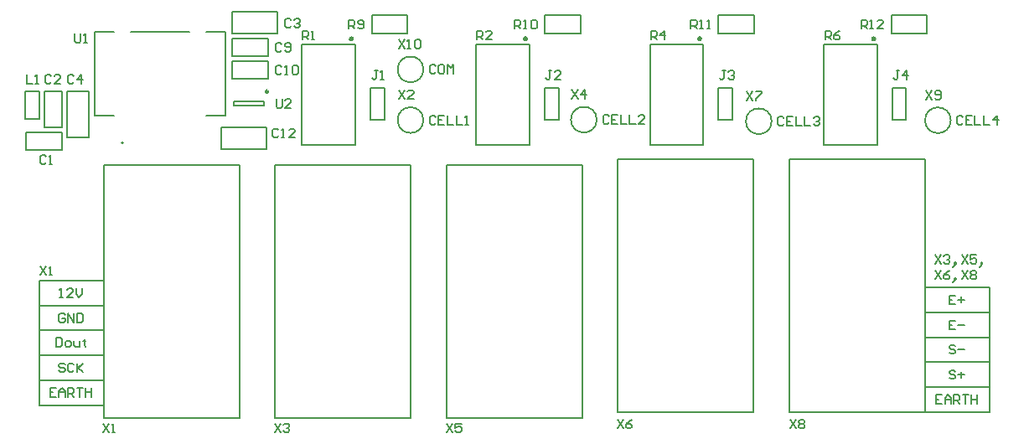
<source format=gto>
G04*
G04 #@! TF.GenerationSoftware,Altium Limited,Altium Designer,20.2.7 (254)*
G04*
G04 Layer_Color=15724527*
%FSLAX25Y25*%
%MOIN*%
G70*
G04*
G04 #@! TF.SameCoordinates,A70D1E75-91AA-4FD3-A19C-EF1787EBCA39*
G04*
G04*
G04 #@! TF.FilePolarity,Positive*
G04*
G01*
G75*
%ADD10C,0.00787*%
%ADD11C,0.00984*%
%ADD12C,0.01968*%
D10*
X370472Y127953D02*
G03*
X370472Y127953I-5118J0D01*
G01*
X41299Y118898D02*
G03*
X41299Y118898I-394J0D01*
G01*
X229626Y128189D02*
G03*
X229626Y128189I-5118J0D01*
G01*
X299213Y127559D02*
G03*
X299213Y127559I-5118J0D01*
G01*
X160679Y128032D02*
G03*
X160679Y128032I-5118J0D01*
G01*
Y148189D02*
G03*
X160679Y148189I-5118J0D01*
G01*
X140157Y162598D02*
Y169685D01*
X154331Y162598D02*
Y169685D01*
X140157D02*
X154331D01*
X140157Y162598D02*
X154331D01*
X209055D02*
Y169685D01*
X223228Y162598D02*
Y169685D01*
X209055D02*
X223228D01*
X209055Y162598D02*
X223228D01*
X277953D02*
Y169685D01*
X292126Y162598D02*
Y169685D01*
X277953D02*
X292126D01*
X277953Y162598D02*
X292126D01*
X346850D02*
Y169685D01*
X361024Y162598D02*
Y169685D01*
X346850D02*
X361024D01*
X346850Y162598D02*
X361024D01*
X139764Y140945D02*
X145276D01*
X139764Y128248D02*
Y140945D01*
Y128248D02*
X145276D01*
Y140945D01*
X208924D02*
X214436D01*
X208924Y128248D02*
Y140945D01*
Y128248D02*
X214436D01*
Y140945D01*
X278084D02*
X283596D01*
X278084Y128248D02*
Y140945D01*
Y128248D02*
X283596D01*
Y140945D01*
X347244D02*
X352756D01*
X347244Y128248D02*
Y140945D01*
Y128248D02*
X352756D01*
Y140945D01*
X385827Y11811D02*
Y61417D01*
X360236Y11811D02*
Y65945D01*
X306102Y11811D02*
X360236D01*
X306102D02*
Y70866D01*
Y112598D02*
X360236D01*
X306102Y70866D02*
Y112598D01*
X360236Y65945D02*
Y112598D01*
Y61417D02*
X385827D01*
X360236Y11811D02*
Y61417D01*
Y11811D02*
X385827D01*
X360236Y51496D02*
X385827D01*
X360236Y41575D02*
X385827D01*
X360236Y31654D02*
X385827Y31752D01*
X360236Y21732D02*
X385827D01*
X7874Y24488D02*
X33465D01*
X7874Y34409D02*
X33465Y34508D01*
X7874Y44331D02*
X33465D01*
X7874Y54252D02*
X33465D01*
X7874Y14567D02*
X33465D01*
X7874D02*
Y64173D01*
X33465D01*
X169783Y56102D02*
Y110236D01*
X223917D01*
Y51181D02*
Y110236D01*
X169783Y9449D02*
X223917D01*
Y51181D01*
X169783Y9449D02*
Y56102D01*
X84646Y162598D02*
Y171260D01*
X102756Y162598D02*
Y171260D01*
X84646D02*
X102756D01*
X84646Y162598D02*
X102756D01*
X84646Y153543D02*
Y160630D01*
X98819Y153543D02*
Y160630D01*
X84646D02*
X98819D01*
X84646Y153543D02*
X98819D01*
X84646Y144488D02*
Y151575D01*
X98819Y144488D02*
Y151575D01*
X84646D02*
X98819D01*
X84646Y144488D02*
X98819D01*
X85433Y133661D02*
X97244D01*
X85433Y135630D02*
X97244D01*
X85433Y133661D02*
Y135630D01*
X97244Y133661D02*
Y135630D01*
X80315Y125197D02*
X98425D01*
X80315Y116535D02*
X98425D01*
X80315D02*
Y125197D01*
X98425Y116535D02*
Y125197D01*
X44134Y163189D02*
X67677D01*
X74134Y129724D02*
X81890D01*
X74134Y163189D02*
X81890D01*
Y129724D02*
Y163189D01*
X29921D02*
X37677D01*
X29921Y129724D02*
X37677D01*
X29921D02*
Y163189D01*
X2756Y116142D02*
Y123228D01*
X16929Y116142D02*
Y123228D01*
X2756D02*
X16929D01*
X2756Y116142D02*
X16929D01*
X292077Y65945D02*
Y112598D01*
X237943Y70866D02*
Y112598D01*
X292077D01*
X237943Y11811D02*
Y70866D01*
Y11811D02*
X292077D01*
Y65945D01*
X133514Y118268D02*
Y158031D01*
X112254Y118268D02*
X133514D01*
X112254D02*
Y158031D01*
X133514D01*
X33465Y9449D02*
Y56102D01*
X87598Y9449D02*
Y51181D01*
X33465Y9449D02*
X87598D01*
Y51181D02*
Y110236D01*
X33465D02*
X87598D01*
X33465Y56102D02*
Y110236D01*
X101624Y9449D02*
Y56102D01*
X155758Y9449D02*
Y51181D01*
X101624Y9449D02*
X155758D01*
Y51181D02*
Y110236D01*
X101624D02*
X155758D01*
X101624Y56102D02*
Y110236D01*
X2362Y139370D02*
X7874D01*
X2362Y128347D02*
X7874D01*
Y139370D01*
X2362Y128347D02*
Y139370D01*
X9843Y139370D02*
X16929D01*
X9843Y125197D02*
X16929D01*
Y139370D01*
X9843Y125197D02*
Y139370D01*
X18898Y121260D02*
Y139370D01*
X27559Y121260D02*
Y139370D01*
X18898Y121260D02*
X27559D01*
X18898Y139370D02*
X27559D01*
X202789Y118268D02*
Y158031D01*
X181529Y118268D02*
X202789D01*
X181529D02*
Y158031D01*
X202789D01*
X272064Y118268D02*
Y158031D01*
X250804Y118268D02*
X272064D01*
X250804D02*
Y158031D01*
X272064D01*
X341339Y118268D02*
Y158031D01*
X320079Y118268D02*
X341339D01*
X320079D02*
Y158031D01*
X341339D01*
X364173Y74329D02*
X366535Y70787D01*
Y74329D02*
X364173Y70787D01*
X367715Y73739D02*
X368306Y74329D01*
X369486D01*
X370077Y73739D01*
Y73149D01*
X369486Y72558D01*
X368896D01*
X369486D01*
X370077Y71968D01*
Y71377D01*
X369486Y70787D01*
X368306D01*
X367715Y71377D01*
X371848Y70197D02*
X372438Y70787D01*
Y71377D01*
X371848D01*
Y70787D01*
X372438D01*
X371848Y70197D01*
X371257Y69606D01*
X374800Y74329D02*
X377161Y70787D01*
Y74329D02*
X374800Y70787D01*
X380703Y74329D02*
X378342D01*
Y72558D01*
X379523Y73149D01*
X380113D01*
X380703Y72558D01*
Y71377D01*
X380113Y70787D01*
X378932D01*
X378342Y71377D01*
X382474Y70197D02*
X383065Y70787D01*
Y71377D01*
X382474D01*
Y70787D01*
X383065D01*
X382474Y70197D01*
X381884Y69606D01*
X364173Y68189D02*
X366535Y64647D01*
Y68189D02*
X364173Y64647D01*
X370077Y68189D02*
X368896Y67599D01*
X367715Y66418D01*
Y65237D01*
X368306Y64647D01*
X369486D01*
X370077Y65237D01*
Y65828D01*
X369486Y66418D01*
X367715D01*
X371848Y64056D02*
X372438Y64647D01*
Y65237D01*
X371848D01*
Y64647D01*
X372438D01*
X371848Y64056D01*
X371257Y63466D01*
X374800Y68189D02*
X377161Y64647D01*
Y68189D02*
X374800Y64647D01*
X378342Y67599D02*
X378932Y68189D01*
X380113D01*
X380703Y67599D01*
Y67008D01*
X380113Y66418D01*
X380703Y65828D01*
Y65237D01*
X380113Y64647D01*
X378932D01*
X378342Y65237D01*
Y65828D01*
X378932Y66418D01*
X378342Y67008D01*
Y67599D01*
X378932Y66418D02*
X380113D01*
X131070Y164332D02*
Y167874D01*
X132842D01*
X133432Y167284D01*
Y166103D01*
X132842Y165513D01*
X131070D01*
X132251D02*
X133432Y164332D01*
X134613Y164922D02*
X135203Y164332D01*
X136384D01*
X136974Y164922D01*
Y167284D01*
X136384Y167874D01*
X135203D01*
X134613Y167284D01*
Y166693D01*
X135203Y166103D01*
X136974D01*
X196974Y164374D02*
Y167916D01*
X198745D01*
X199336Y167326D01*
Y166145D01*
X198745Y165555D01*
X196974D01*
X198155D02*
X199336Y164374D01*
X200516D02*
X201697D01*
X201107D01*
Y167916D01*
X200516Y167326D01*
X203468D02*
X204058Y167916D01*
X205239D01*
X205829Y167326D01*
Y164964D01*
X205239Y164374D01*
X204058D01*
X203468Y164964D01*
Y167326D01*
X267074Y164374D02*
Y167916D01*
X268845D01*
X269436Y167326D01*
Y166145D01*
X268845Y165555D01*
X267074D01*
X268255D02*
X269436Y164374D01*
X270616D02*
X271797D01*
X271206D01*
Y167916D01*
X270616Y167326D01*
X273568Y164374D02*
X274749D01*
X274158D01*
Y167916D01*
X273568Y167326D01*
X334774Y164374D02*
Y167916D01*
X336545D01*
X337136Y167326D01*
Y166145D01*
X336545Y165555D01*
X334774D01*
X335955D02*
X337136Y164374D01*
X338316D02*
X339497D01*
X338907D01*
Y167916D01*
X338316Y167326D01*
X343629Y164374D02*
X341268D01*
X343629Y166735D01*
Y167326D01*
X343039Y167916D01*
X341858D01*
X341268Y167326D01*
X375342Y129173D02*
X374752Y129764D01*
X373571D01*
X372981Y129173D01*
Y126812D01*
X373571Y126222D01*
X374752D01*
X375342Y126812D01*
X378884Y129764D02*
X376523D01*
Y126222D01*
X378884D01*
X376523Y127993D02*
X377703D01*
X380065Y129764D02*
Y126222D01*
X382426D01*
X383607Y129764D02*
Y126222D01*
X385968D01*
X388920D02*
Y129764D01*
X387149Y127993D01*
X389511D01*
X360631Y139780D02*
X362993Y136238D01*
Y139780D02*
X360631Y136238D01*
X364174Y136828D02*
X364764Y136238D01*
X365945D01*
X366535Y136828D01*
Y139190D01*
X365945Y139780D01*
X364764D01*
X364174Y139190D01*
Y138599D01*
X364764Y138009D01*
X366535D01*
X142542Y147684D02*
X141361D01*
X141951D01*
Y144732D01*
X141361Y144142D01*
X140771D01*
X140180Y144732D01*
X143722Y144142D02*
X144903D01*
X144313D01*
Y147684D01*
X143722Y147093D01*
X211685Y147685D02*
X210505D01*
X211095D01*
Y144733D01*
X210505Y144142D01*
X209914D01*
X209324Y144733D01*
X215228Y144142D02*
X212866D01*
X215228Y146504D01*
Y147094D01*
X214637Y147685D01*
X213456D01*
X212866Y147094D01*
X280860Y147697D02*
X279680D01*
X280270D01*
Y144746D01*
X279680Y144155D01*
X279089D01*
X278499Y144746D01*
X282041Y147107D02*
X282631Y147697D01*
X283812D01*
X284402Y147107D01*
Y146517D01*
X283812Y145926D01*
X283222D01*
X283812D01*
X284402Y145336D01*
Y144746D01*
X283812Y144155D01*
X282631D01*
X282041Y144746D01*
X349986Y147653D02*
X348805D01*
X349395D01*
Y144701D01*
X348805Y144111D01*
X348215D01*
X347624Y144701D01*
X352938Y144111D02*
Y147653D01*
X351167Y145882D01*
X353528D01*
X304082Y128780D02*
X303492Y129370D01*
X302311D01*
X301721Y128780D01*
Y126418D01*
X302311Y125828D01*
X303492D01*
X304082Y126418D01*
X307624Y129370D02*
X305263D01*
Y125828D01*
X307624D01*
X305263Y127599D02*
X306444D01*
X308805Y129370D02*
Y125828D01*
X311167D01*
X312347Y129370D02*
Y125828D01*
X314709D01*
X315889Y128780D02*
X316480Y129370D01*
X317660D01*
X318251Y128780D01*
Y128189D01*
X317660Y127599D01*
X317070D01*
X317660D01*
X318251Y127009D01*
Y126418D01*
X317660Y125828D01*
X316480D01*
X315889Y126418D01*
X234495Y129410D02*
X233905Y130000D01*
X232724D01*
X232134Y129410D01*
Y127048D01*
X232724Y126458D01*
X233905D01*
X234495Y127048D01*
X238038Y130000D02*
X235676D01*
Y126458D01*
X238038D01*
X235676Y128229D02*
X236857D01*
X239218Y130000D02*
Y126458D01*
X241580D01*
X242761Y130000D02*
Y126458D01*
X245122D01*
X248664D02*
X246303D01*
X248664Y128819D01*
Y129410D01*
X248074Y130000D01*
X246893D01*
X246303Y129410D01*
X165549Y129252D02*
X164958Y129842D01*
X163778D01*
X163187Y129252D01*
Y126891D01*
X163778Y126300D01*
X164958D01*
X165549Y126891D01*
X169091Y129842D02*
X166729D01*
Y126300D01*
X169091D01*
X166729Y128071D02*
X167910D01*
X170272Y129842D02*
Y126300D01*
X172633D01*
X173814Y129842D02*
Y126300D01*
X176175D01*
X177356D02*
X178537D01*
X177946D01*
Y129842D01*
X177356Y129252D01*
X165549Y149410D02*
X164958Y150000D01*
X163778D01*
X163187Y149410D01*
Y147048D01*
X163778Y146458D01*
X164958D01*
X165549Y147048D01*
X168500Y150000D02*
X167320D01*
X166729Y149410D01*
Y147048D01*
X167320Y146458D01*
X168500D01*
X169091Y147048D01*
Y149410D01*
X168500Y150000D01*
X170272Y146458D02*
Y150000D01*
X171452Y148819D01*
X172633Y150000D01*
Y146458D01*
X8268Y69881D02*
X10629Y66339D01*
Y69881D02*
X8268Y66339D01*
X11810D02*
X12991D01*
X12400D01*
Y69881D01*
X11810Y69291D01*
X372242Y58268D02*
X369880D01*
Y54726D01*
X372242D01*
X369880Y56497D02*
X371061D01*
X373422D02*
X375784D01*
X374603Y57677D02*
Y55316D01*
X372242Y48228D02*
X369880D01*
Y44686D01*
X372242D01*
X369880Y46457D02*
X371061D01*
X373422D02*
X375784D01*
X372242Y37992D02*
X371651Y38583D01*
X370470D01*
X369880Y37992D01*
Y37402D01*
X370470Y36812D01*
X371651D01*
X372242Y36221D01*
Y35631D01*
X371651Y35041D01*
X370470D01*
X369880Y35631D01*
X373422Y36812D02*
X375784D01*
X372242Y27953D02*
X371651Y28543D01*
X370470D01*
X369880Y27953D01*
Y27363D01*
X370470Y26772D01*
X371651D01*
X372242Y26182D01*
Y25591D01*
X371651Y25001D01*
X370470D01*
X369880Y25591D01*
X373422Y26772D02*
X375784D01*
X374603Y27953D02*
Y25591D01*
X366928Y18700D02*
X364567D01*
Y15158D01*
X366928D01*
X364567Y16929D02*
X365748D01*
X368109Y15158D02*
Y17519D01*
X369290Y18700D01*
X370470Y17519D01*
Y15158D01*
Y16929D01*
X368109D01*
X371651Y15158D02*
Y18700D01*
X373422D01*
X374013Y18110D01*
Y16929D01*
X373422Y16339D01*
X371651D01*
X372832D02*
X374013Y15158D01*
X375193Y18700D02*
X377555D01*
X376374D01*
Y15158D01*
X378736Y18700D02*
Y15158D01*
Y16929D01*
X381097D01*
Y18700D01*
Y15158D01*
X14566Y21456D02*
X12205D01*
Y17914D01*
X14566D01*
X12205Y19685D02*
X13385D01*
X15747Y17914D02*
Y20275D01*
X16928Y21456D01*
X18108Y20275D01*
Y17914D01*
Y19685D01*
X15747D01*
X19289Y17914D02*
Y21456D01*
X21060D01*
X21651Y20866D01*
Y19685D01*
X21060Y19095D01*
X19289D01*
X20470D02*
X21651Y17914D01*
X22831Y21456D02*
X25193D01*
X24012D01*
Y17914D01*
X26373Y21456D02*
Y17914D01*
Y19685D01*
X28735D01*
Y21456D01*
Y17914D01*
X18108Y30709D02*
X17518Y31299D01*
X16337D01*
X15747Y30709D01*
Y30119D01*
X16337Y29528D01*
X17518D01*
X18108Y28938D01*
Y28347D01*
X17518Y27757D01*
X16337D01*
X15747Y28347D01*
X21651Y30709D02*
X21060Y31299D01*
X19879D01*
X19289Y30709D01*
Y28347D01*
X19879Y27757D01*
X21060D01*
X21651Y28347D01*
X22831Y31299D02*
Y27757D01*
Y28938D01*
X25193Y31299D01*
X23422Y29528D01*
X25193Y27757D01*
X14566Y41339D02*
Y37796D01*
X16337D01*
X16928Y38387D01*
Y40748D01*
X16337Y41339D01*
X14566D01*
X18699Y37796D02*
X19879D01*
X20470Y38387D01*
Y39568D01*
X19879Y40158D01*
X18699D01*
X18108Y39568D01*
Y38387D01*
X18699Y37796D01*
X21651Y40158D02*
Y38387D01*
X22241Y37796D01*
X24012D01*
Y40158D01*
X25783Y40748D02*
Y40158D01*
X25193D01*
X26373D01*
X25783D01*
Y38387D01*
X26373Y37796D01*
X18108Y50394D02*
X17518Y50984D01*
X16337D01*
X15747Y50394D01*
Y48033D01*
X16337Y47442D01*
X17518D01*
X18108Y48033D01*
Y49213D01*
X16928D01*
X19289Y47442D02*
Y50984D01*
X21651Y47442D01*
Y50984D01*
X22831D02*
Y47442D01*
X24602D01*
X25193Y48033D01*
Y50394D01*
X24602Y50984D01*
X22831D01*
X16042Y57481D02*
X17223D01*
X16632D01*
Y61024D01*
X16042Y60433D01*
X21355Y57481D02*
X18994D01*
X21355Y59843D01*
Y60433D01*
X20765Y61024D01*
X19584D01*
X18994Y60433D01*
X22536Y61024D02*
Y58662D01*
X23717Y57481D01*
X24897Y58662D01*
Y61024D01*
X102174Y136416D02*
Y133464D01*
X102764Y132874D01*
X103945D01*
X104535Y133464D01*
Y136416D01*
X108078Y132874D02*
X105716D01*
X108078Y135236D01*
Y135826D01*
X107487Y136416D01*
X106307D01*
X105716Y135826D01*
X103052Y124015D02*
X102462Y124606D01*
X101281D01*
X100690Y124015D01*
Y121654D01*
X101281Y121064D01*
X102462D01*
X103052Y121654D01*
X104233Y121064D02*
X105413D01*
X104823D01*
Y124606D01*
X104233Y124015D01*
X109546Y121064D02*
X107184D01*
X109546Y123425D01*
Y124015D01*
X108955Y124606D01*
X107775D01*
X107184Y124015D01*
X104335Y149226D02*
X103745Y149816D01*
X102564D01*
X101974Y149226D01*
Y146864D01*
X102564Y146274D01*
X103745D01*
X104335Y146864D01*
X105516Y146274D02*
X106697D01*
X106106D01*
Y149816D01*
X105516Y149226D01*
X108468D02*
X109058Y149816D01*
X110239D01*
X110829Y149226D01*
Y146864D01*
X110239Y146274D01*
X109058D01*
X108468Y146864D01*
Y149226D01*
X104335Y158226D02*
X103745Y158816D01*
X102564D01*
X101974Y158226D01*
Y155864D01*
X102564Y155274D01*
X103745D01*
X104335Y155864D01*
X105516D02*
X106106Y155274D01*
X107287D01*
X107878Y155864D01*
Y158226D01*
X107287Y158816D01*
X106106D01*
X105516Y158226D01*
Y157635D01*
X106106Y157045D01*
X107878D01*
X219766Y140040D02*
X222128Y136498D01*
Y140040D02*
X219766Y136498D01*
X225079D02*
Y140040D01*
X223308Y138269D01*
X225670D01*
X289384Y139404D02*
X291746Y135862D01*
Y139404D02*
X289384Y135862D01*
X292926Y139404D02*
X295288D01*
Y138814D01*
X292926Y136452D01*
Y135862D01*
X150874Y139916D02*
X153235Y136374D01*
Y139916D02*
X150874Y136374D01*
X156778D02*
X154416D01*
X156778Y138735D01*
Y139326D01*
X156187Y139916D01*
X155007D01*
X154416Y139326D01*
X150799Y160042D02*
X153160Y156500D01*
Y160042D02*
X150799Y156500D01*
X154341D02*
X155522D01*
X154931D01*
Y160042D01*
X154341Y159452D01*
X157293D02*
X157883Y160042D01*
X159064D01*
X159654Y159452D01*
Y157090D01*
X159064Y156500D01*
X157883D01*
X157293Y157090D01*
Y159452D01*
X306497Y8858D02*
X308858Y5316D01*
Y8858D02*
X306497Y5316D01*
X310039Y8267D02*
X310630Y8858D01*
X311810D01*
X312401Y8267D01*
Y7677D01*
X311810Y7087D01*
X312401Y6496D01*
Y5906D01*
X311810Y5316D01*
X310630D01*
X310039Y5906D01*
Y6496D01*
X310630Y7087D01*
X310039Y7677D01*
Y8267D01*
X310630Y7087D02*
X311810D01*
X237774Y8858D02*
X240136Y5316D01*
Y8858D02*
X237774Y5316D01*
X243678Y8858D02*
X242497Y8267D01*
X241316Y7087D01*
Y5906D01*
X241906Y5316D01*
X243087D01*
X243678Y5906D01*
Y6496D01*
X243087Y7087D01*
X241316D01*
X169883Y7283D02*
X172244Y3741D01*
Y7283D02*
X169883Y3741D01*
X175786Y7283D02*
X173425D01*
Y5512D01*
X174606Y6102D01*
X175196D01*
X175786Y5512D01*
Y4331D01*
X175196Y3741D01*
X174015D01*
X173425Y4331D01*
X101474Y7283D02*
X103835Y3741D01*
Y7283D02*
X101474Y3741D01*
X105016Y6692D02*
X105606Y7283D01*
X106787D01*
X107378Y6692D01*
Y6102D01*
X106787Y5512D01*
X106197D01*
X106787D01*
X107378Y4922D01*
Y4331D01*
X106787Y3741D01*
X105606D01*
X105016Y4331D01*
X33274Y7283D02*
X35636Y3741D01*
Y7283D02*
X33274Y3741D01*
X36816D02*
X37997D01*
X37407D01*
Y7283D01*
X36816Y6692D01*
X22048Y162401D02*
Y159449D01*
X22638Y158859D01*
X23819D01*
X24409Y159449D01*
Y162401D01*
X25590Y158859D02*
X26771D01*
X26180D01*
Y162401D01*
X25590Y161811D01*
X320474Y160040D02*
Y163582D01*
X322245D01*
X322835Y162992D01*
Y161811D01*
X322245Y161221D01*
X320474D01*
X321655D02*
X322835Y160040D01*
X326378Y163582D02*
X325197Y162992D01*
X324016Y161811D01*
Y160630D01*
X324606Y160040D01*
X325787D01*
X326378Y160630D01*
Y161221D01*
X325787Y161811D01*
X324016D01*
X251158Y160040D02*
Y163582D01*
X252930D01*
X253520Y162992D01*
Y161811D01*
X252930Y161221D01*
X251158D01*
X252339D02*
X253520Y160040D01*
X256472D02*
Y163582D01*
X254701Y161811D01*
X257062D01*
X181922Y160040D02*
Y163582D01*
X183693D01*
X184283Y162992D01*
Y161811D01*
X183693Y161221D01*
X181922D01*
X183103D02*
X184283Y160040D01*
X187825D02*
X185464D01*
X187825Y162401D01*
Y162992D01*
X187235Y163582D01*
X186054D01*
X185464Y162992D01*
X112599Y160040D02*
Y163582D01*
X114370D01*
X114961Y162992D01*
Y161811D01*
X114370Y161221D01*
X112599D01*
X113780D02*
X114961Y160040D01*
X116141D02*
X117322D01*
X116732D01*
Y163582D01*
X116141Y162992D01*
X2787Y146066D02*
Y142524D01*
X5148D01*
X6329D02*
X7509D01*
X6919D01*
Y146066D01*
X6329Y145475D01*
X21684Y145457D02*
X21094Y146047D01*
X19913D01*
X19323Y145457D01*
Y143096D01*
X19913Y142505D01*
X21094D01*
X21684Y143096D01*
X24636Y142505D02*
Y146047D01*
X22865Y144276D01*
X25226D01*
X108071Y167716D02*
X107481Y168307D01*
X106300D01*
X105710Y167716D01*
Y165355D01*
X106300Y164764D01*
X107481D01*
X108071Y165355D01*
X109252Y167716D02*
X109842Y168307D01*
X111023D01*
X111613Y167716D01*
Y167126D01*
X111023Y166535D01*
X110433D01*
X111023D01*
X111613Y165945D01*
Y165355D01*
X111023Y164764D01*
X109842D01*
X109252Y165355D01*
X12629Y145488D02*
X12039Y146078D01*
X10858D01*
X10268Y145488D01*
Y143127D01*
X10858Y142536D01*
X12039D01*
X12629Y143127D01*
X16171Y142536D02*
X13810D01*
X16171Y144898D01*
Y145488D01*
X15581Y146078D01*
X14400D01*
X13810Y145488D01*
X10630Y113385D02*
X10040Y113976D01*
X8859D01*
X8269Y113385D01*
Y111024D01*
X8859Y110434D01*
X10040D01*
X10630Y111024D01*
X11811Y110434D02*
X12991D01*
X12401D01*
Y113976D01*
X11811Y113385D01*
D11*
X98917Y139370D02*
G03*
X98917Y139370I-492J0D01*
G01*
D12*
X132037Y160394D02*
G03*
X132037Y160394I-98J0D01*
G01*
X201312D02*
G03*
X201312Y160394I-98J0D01*
G01*
X270587D02*
G03*
X270587Y160394I-98J0D01*
G01*
X339862D02*
G03*
X339862Y160394I-98J0D01*
G01*
M02*

</source>
